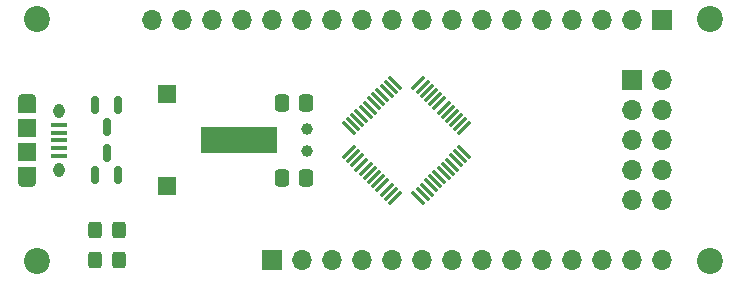
<source format=gts>
G04 #@! TF.GenerationSoftware,KiCad,Pcbnew,(6.0.9)*
G04 #@! TF.CreationDate,2022-11-19T12:24:37+01:00*
G04 #@! TF.ProjectId,SAMD21 breakout,53414d44-3231-4206-9272-65616b6f7574,rev?*
G04 #@! TF.SameCoordinates,Original*
G04 #@! TF.FileFunction,Soldermask,Top*
G04 #@! TF.FilePolarity,Negative*
%FSLAX46Y46*%
G04 Gerber Fmt 4.6, Leading zero omitted, Abs format (unit mm)*
G04 Created by KiCad (PCBNEW (6.0.9)) date 2022-11-19 12:24:37*
%MOMM*%
%LPD*%
G01*
G04 APERTURE LIST*
G04 Aperture macros list*
%AMRoundRect*
0 Rectangle with rounded corners*
0 $1 Rounding radius*
0 $2 $3 $4 $5 $6 $7 $8 $9 X,Y pos of 4 corners*
0 Add a 4 corners polygon primitive as box body*
4,1,4,$2,$3,$4,$5,$6,$7,$8,$9,$2,$3,0*
0 Add four circle primitives for the rounded corners*
1,1,$1+$1,$2,$3*
1,1,$1+$1,$4,$5*
1,1,$1+$1,$6,$7*
1,1,$1+$1,$8,$9*
0 Add four rect primitives between the rounded corners*
20,1,$1+$1,$2,$3,$4,$5,0*
20,1,$1+$1,$4,$5,$6,$7,0*
20,1,$1+$1,$6,$7,$8,$9,0*
20,1,$1+$1,$8,$9,$2,$3,0*%
G04 Aperture macros list end*
%ADD10RoundRect,0.250000X-0.325000X-0.450000X0.325000X-0.450000X0.325000X0.450000X-0.325000X0.450000X0*%
%ADD11RoundRect,0.150000X0.150000X-0.587500X0.150000X0.587500X-0.150000X0.587500X-0.150000X-0.587500X0*%
%ADD12R,1.700000X1.700000*%
%ADD13O,1.700000X1.700000*%
%ADD14RoundRect,0.150000X-0.150000X0.587500X-0.150000X-0.587500X0.150000X-0.587500X0.150000X0.587500X0*%
%ADD15RoundRect,0.250000X0.337500X0.475000X-0.337500X0.475000X-0.337500X-0.475000X0.337500X-0.475000X0*%
%ADD16C,1.000000*%
%ADD17R,6.500000X2.200000*%
%ADD18R,1.500000X1.500000*%
%ADD19C,2.200000*%
%ADD20RoundRect,0.075000X-0.415425X-0.521491X0.521491X0.415425X0.415425X0.521491X-0.521491X-0.415425X0*%
%ADD21RoundRect,0.075000X0.415425X-0.521491X0.521491X-0.415425X-0.415425X0.521491X-0.521491X0.415425X0*%
%ADD22R,1.350000X0.400000*%
%ADD23O,1.550000X0.890000*%
%ADD24R,1.550000X1.200000*%
%ADD25R,1.550000X1.500000*%
%ADD26O,0.950000X1.250000*%
G04 APERTURE END LIST*
D10*
X-14995000Y0D03*
X-12945000Y0D03*
D11*
X-14920000Y7190500D03*
X-13020000Y7190500D03*
X-13970000Y9065500D03*
D12*
X30480000Y15240000D03*
D13*
X33020000Y15240000D03*
X30480000Y12700000D03*
X33020000Y12700000D03*
X30480000Y10160000D03*
X33020000Y10160000D03*
X30480000Y7620000D03*
X33020000Y7620000D03*
X30480000Y5080000D03*
X33020000Y5080000D03*
D14*
X-13020000Y13129500D03*
X-14920000Y13129500D03*
X-13970000Y11254500D03*
D15*
X2942500Y6985000D03*
X867500Y6985000D03*
D16*
X2980000Y11110000D03*
X2980000Y9210000D03*
D17*
X-2770000Y10160000D03*
D18*
X-8890000Y14060000D03*
X-8890000Y6260000D03*
D19*
X-19884800Y-90000D03*
X37115200Y20410000D03*
D20*
X6542124Y9161212D03*
X6895678Y8807658D03*
X7249231Y8454105D03*
X7602785Y8100551D03*
X7956338Y7746998D03*
X8309891Y7393445D03*
X8663445Y7039891D03*
X9016998Y6686338D03*
X9370551Y6332785D03*
X9724105Y5979231D03*
X10077658Y5625678D03*
X10431212Y5272124D03*
D21*
X12428788Y5272124D03*
X12782342Y5625678D03*
X13135895Y5979231D03*
X13489449Y6332785D03*
X13843002Y6686338D03*
X14196555Y7039891D03*
X14550109Y7393445D03*
X14903662Y7746998D03*
X15257215Y8100551D03*
X15610769Y8454105D03*
X15964322Y8807658D03*
X16317876Y9161212D03*
D20*
X16317876Y11158788D03*
X15964322Y11512342D03*
X15610769Y11865895D03*
X15257215Y12219449D03*
X14903662Y12573002D03*
X14550109Y12926555D03*
X14196555Y13280109D03*
X13843002Y13633662D03*
X13489449Y13987215D03*
X13135895Y14340769D03*
X12782342Y14694322D03*
X12428788Y15047876D03*
D21*
X10431212Y15047876D03*
X10077658Y14694322D03*
X9724105Y14340769D03*
X9370551Y13987215D03*
X9016998Y13633662D03*
X8663445Y13280109D03*
X8309891Y12926555D03*
X7956338Y12573002D03*
X7602785Y12219449D03*
X7249231Y11865895D03*
X6895678Y11512342D03*
X6542124Y11158788D03*
D15*
X2942500Y13335000D03*
X867500Y13335000D03*
D19*
X37115200Y-90000D03*
D22*
X-18031800Y11460000D03*
X-18031800Y10810000D03*
X-18031800Y10160000D03*
X-18031800Y9510000D03*
X-18031800Y8860000D03*
D23*
X-20731800Y13660000D03*
D24*
X-20731800Y7260000D03*
D25*
X-20731800Y9160000D03*
D24*
X-20731800Y13060000D03*
D23*
X-20731800Y6660000D03*
D26*
X-18031800Y7660000D03*
X-18031800Y12660000D03*
D25*
X-20731800Y11160000D03*
D10*
X-14995000Y2540000D03*
X-12945000Y2540000D03*
D19*
X-19884800Y20410000D03*
D12*
X33020000Y20320000D03*
D13*
X30480000Y20320000D03*
X27940000Y20320000D03*
X25400000Y20320000D03*
X22860000Y20320000D03*
X20320000Y20320000D03*
X17780000Y20320000D03*
X15240000Y20320000D03*
X12700000Y20320000D03*
X10160000Y20320000D03*
X7620000Y20320000D03*
X5080000Y20320000D03*
X2540000Y20320000D03*
X0Y20320000D03*
X-2540000Y20320000D03*
X-5080000Y20320000D03*
X-7620000Y20320000D03*
X-10160000Y20320000D03*
D12*
X0Y0D03*
D13*
X2540000Y0D03*
X5080000Y0D03*
X7620000Y0D03*
X10160000Y0D03*
X12700000Y0D03*
X15240000Y0D03*
X17780000Y0D03*
X20320000Y0D03*
X22860000Y0D03*
X25400000Y0D03*
X27940000Y0D03*
X30480000Y0D03*
X33020000Y0D03*
M02*

</source>
